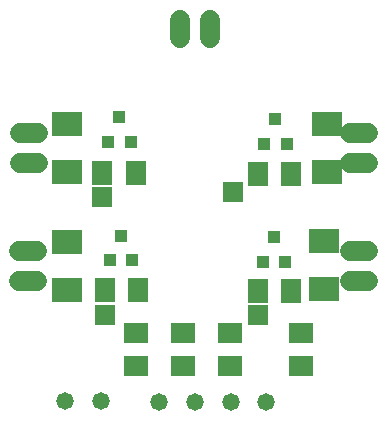
<source format=gbr>
G04 EAGLE Gerber RS-274X export*
G75*
%MOMM*%
%FSLAX34Y34*%
%LPD*%
%INSoldermask Bottom*%
%IPPOS*%
%AMOC8*
5,1,8,0,0,1.08239X$1,22.5*%
G01*
%ADD10R,2.603200X2.003200*%
%ADD11C,1.473200*%
%ADD12C,1.727200*%
%ADD13R,1.003200X1.103200*%
%ADD14R,2.003200X1.803200*%
%ADD15R,1.803200X2.003200*%
%ADD16R,1.703200X1.703200*%


D10*
X96346Y212904D03*
X96346Y253404D03*
X96316Y112747D03*
X96316Y153247D03*
X316234Y212618D03*
X316234Y253118D03*
X313705Y113318D03*
X313705Y153818D03*
D11*
X204725Y17668D03*
X174771Y17811D03*
X234958Y17557D03*
X264813Y17704D03*
X125156Y18944D03*
D12*
X71563Y245227D02*
X56323Y245227D01*
X56323Y219827D02*
X71563Y219827D01*
X71458Y145250D02*
X56218Y145250D01*
X56218Y119850D02*
X71458Y119850D01*
X336227Y245219D02*
X351467Y245219D01*
X351467Y219819D02*
X336227Y219819D01*
X336305Y145252D02*
X351545Y145252D01*
X351545Y119852D02*
X336305Y119852D01*
D13*
X150338Y238072D03*
X131338Y238072D03*
X140838Y259072D03*
X151705Y137736D03*
X132705Y137736D03*
X142205Y158736D03*
X282379Y236156D03*
X263379Y236156D03*
X272879Y257156D03*
X281392Y136554D03*
X262392Y136554D03*
X271892Y157554D03*
D14*
X194703Y47890D03*
X194703Y75890D03*
D15*
X126505Y211823D03*
X154505Y211823D03*
D14*
X154644Y47911D03*
X154644Y75911D03*
D15*
X128655Y112397D03*
X156655Y112397D03*
D14*
X234568Y48159D03*
X234568Y76159D03*
D15*
X258177Y210531D03*
X286177Y210531D03*
D14*
X294637Y47987D03*
X294637Y75987D03*
D15*
X258246Y112040D03*
X286246Y112040D03*
D11*
X94385Y18405D03*
D12*
X192300Y325670D02*
X192300Y340910D01*
X217700Y340910D02*
X217700Y325670D01*
D16*
X126532Y191267D03*
X128830Y91618D03*
X237226Y195371D03*
X258315Y91484D03*
M02*

</source>
